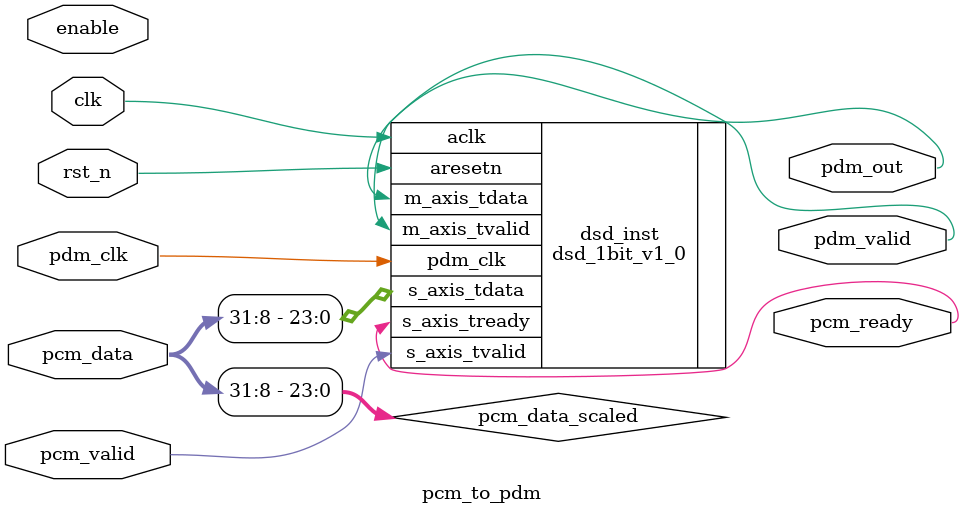
<source format=sv>
module pcm_to_pdm #(
    parameter PCM_WIDTH = 32
)(
    input  logic clk,           // Main clock
    input  logic pdm_clk,       // High-speed PDM clock
    input  logic rst_n,         // Active low reset
    input  logic enable,        // Module enable
    
    // PCM Input Interface
    input  logic [PCM_WIDTH-1:0] pcm_data,
    input  logic pcm_valid,
    output logic pcm_ready,
    
    // PDM Output Interface
    output logic pdm_out,
    output logic pdm_valid
);

    // Local signals for IP core interface
    logic signed [23:0] pcm_data_scaled;  // IP core expects 24-bit input
    
    // Scale input PCM data to 24-bit for IP core
    always_comb begin
        if (PCM_WIDTH > 24)
            pcm_data_scaled = pcm_data[PCM_WIDTH-1:PCM_WIDTH-24];
        else
            pcm_data_scaled = pcm_data << (24 - PCM_WIDTH);
    end

    // Instantiate Xilinx Delta-Sigma IP Core
    dsd_1bit_v1_0 dsd_inst (
        .aclk(clk),                    // Clock input
        .pdm_clk(pdm_clk),            // PDM output clock
        .aresetn(rst_n),              // Active low reset
        
        .s_axis_tdata(pcm_data_scaled),// Input PCM data
        .s_axis_tvalid(pcm_valid),     // Input valid
        .s_axis_tready(pcm_ready),     // Ready for input
        
        .m_axis_tdata(pdm_out),        // PDM output
        .m_axis_tvalid(pdm_valid)      // Output valid
    );

endmodule
</source>
